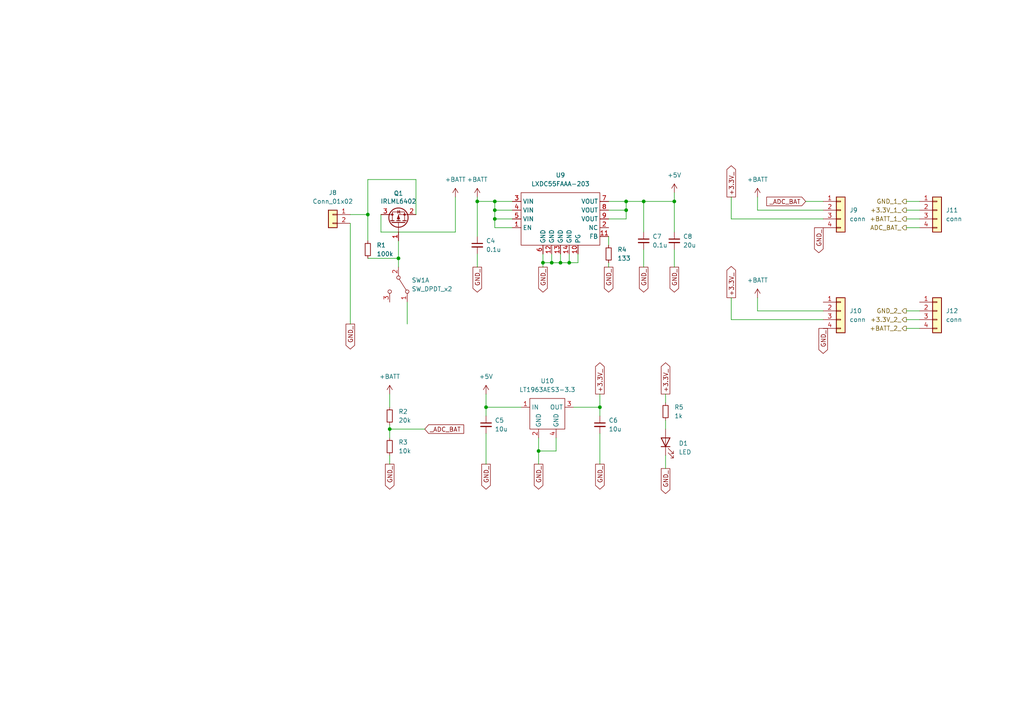
<source format=kicad_sch>
(kicad_sch (version 20211123) (generator eeschema)
  (paper "A4")
  (lib_symbols
    (symbol "Connector_Generic:Conn_01x02" (pin_names (offset 1.016) hide)
      (property "Reference" "J" (at 0 2.54 0))
      (property "Value" "Conn_01x02" (at 0 -5.08 0))
      (symbol "Conn_01x02_1_1"
        (rectangle (start -1.27 -2.413) (end 0 -2.667) (stroke (width 0.1524)))
        (rectangle (start -1.27 0.127) (end 0 -0.127) (stroke (width 0.1524)))
        (rectangle (start -1.27 1.27) (end 1.27 -3.81) (stroke (width 0.254)) (fill (type background)))
        (pin passive line (at -5.08 0 0) (length 3.81) (name "Pin_1") (number "1"))
        (pin passive line (at -5.08 -2.54 0) (length 3.81) (name "Pin_2") (number "2"))
      )
    )
    (symbol "Connector_Generic:Conn_01x04" (pin_names (offset 1.016) hide)
      (property "Reference" "J" (at 0 5.08 0))
      (property "Value" "Conn_01x04" (at 0 -7.62 0))
      (symbol "Conn_01x04_1_1"
        (rectangle (start -1.27 -4.953) (end 0 -5.207) (stroke (width 0.1524)))
        (rectangle (start -1.27 -2.413) (end 0 -2.667) (stroke (width 0.1524)))
        (rectangle (start -1.27 0.127) (end 0 -0.127) (stroke (width 0.1524)))
        (rectangle (start -1.27 2.667) (end 0 2.413) (stroke (width 0.1524)))
        (rectangle (start -1.27 3.81) (end 1.27 -6.35) (stroke (width 0.254)) (fill (type background)))
        (pin passive line (at -5.08 2.54 0) (length 3.81) (name "Pin_1") (number "1"))
        (pin passive line (at -5.08 0 0) (length 3.81) (name "Pin_2") (number "2"))
        (pin passive line (at -5.08 -2.54 0) (length 3.81) (name "Pin_3") (number "3"))
        (pin passive line (at -5.08 -5.08 0) (length 3.81) (name "Pin_4") (number "4"))
      )
    )
    (symbol "Device:C_Small" (pin_numbers hide) (pin_names (offset 0.254) hide)
      (property "Reference" "C" (at 0.254 1.778 0))
      (property "Value" "C_Small" (at 0.254 -2.032 0))
      (symbol "C_Small_0_1"
        (polyline (pts (xy -1.524 -0.508) (xy 1.524 -0.508)) (stroke (width 0.3302)))
        (polyline (pts (xy -1.524 0.508) (xy 1.524 0.508)) (stroke (width 0.3048)))
      )
      (symbol "C_Small_1_1"
        (pin passive line (at 0 2.54 270) (length 2.032) (name "~") (number "1"))
        (pin passive line (at 0 -2.54 90) (length 2.032) (name "~") (number "2"))
      )
    )
    (symbol "Device:LED" (pin_numbers hide) (pin_names (offset 1.016) hide)
      (property "Reference" "D" (at 0 2.54 0))
      (property "Value" "LED" (at 0 -2.54 0))
      (symbol "LED_0_1"
        (polyline (pts (xy -1.27 -1.27) (xy -1.27 1.27)) (stroke (width 0.254)))
        (polyline (pts (xy -1.27 0) (xy 1.27 0)))
        (polyline (pts (xy 1.27 -1.27) (xy 1.27 1.27) (xy -1.27 0) (xy 1.27 -1.27)) (stroke (width 0.254)))
        (polyline (pts (xy -3.048 -0.762) (xy -4.572 -2.286) (xy -3.81 -2.286) (xy -4.572 -2.286) (xy -4.572 -1.524)))
        (polyline (pts (xy -1.778 -0.762) (xy -3.302 -2.286) (xy -2.54 -2.286) (xy -3.302 -2.286) (xy -3.302 -1.524)))
      )
      (symbol "LED_1_1"
        (pin passive line (at -3.81 0 0) (length 2.54) (name "K") (number "1"))
        (pin passive line (at 3.81 0 180) (length 2.54) (name "A") (number "2"))
      )
    )
    (symbol "Device:R_Small" (pin_numbers hide) (pin_names (offset 0.254) hide)
      (property "Reference" "R" (at 0.762 0.508 0))
      (property "Value" "R_Small" (at 0.762 -1.016 0))
      (symbol "R_Small_0_1"
        (rectangle (start -0.762 1.778) (end 0.762 -1.778) (stroke (width 0.2032)))
      )
      (symbol "R_Small_1_1"
        (pin passive line (at 0 2.54 270) (length 0.762) (name "~") (number "1"))
        (pin passive line (at 0 -2.54 90) (length 0.762) (name "~") (number "2"))
      )
    )
    (symbol "My_Device:LT1963AES3-3.3"
      (property "Reference" "U" (at 0 2.54 0))
      (property "Value" "LT1963AES3-3.3" (at 0 0 0))
      (symbol "LT1963AES3-3.3_0_1"
        (polyline (pts (xy -5.08 -3.81) (xy 5.08 -3.81) (xy 5.08 -12.7) (xy -5.08 -12.7) (xy -5.08 -3.81) (xy -3.81 -3.81)))
      )
      (symbol "LT1963AES3-3.3_1_1"
        (pin input line (at -7.62 -6.35 0) (length 2.54) (name "IN") (number "1"))
        (pin input line (at -2.54 -15.24 90) (length 2.54) (name "GND") (number "2"))
        (pin input line (at 7.62 -6.35 180) (length 2.54) (name "OUT") (number "3"))
        (pin input line (at 2.54 -15.24 90) (length 2.54) (name "GND") (number "4"))
      )
    )
    (symbol "My_Device:LXDC55FAAA-203"
      (property "Reference" "U" (at 0 2.54 0))
      (property "Value" "LXDC55FAAA-203" (at 0 0 0))
      (symbol "LXDC55FAAA-203_0_1"
        (polyline (pts (xy -6.35 -2.54) (xy -6.35 -17.78) (xy 16.51 -17.78) (xy 16.51 -2.54) (xy -6.35 -2.54)))
      )
      (symbol "LXDC55FAAA-203_1_1"
        (pin input line (at -8.89 -12.7 0) (length 2.54) (name "EN") (number "1"))
        (pin input line (at 10.16 -20.32 90) (length 2.54) (name "PG") (number "10"))
        (pin input line (at 19.05 -15.24 180) (length 2.54) (name "FB") (number "11"))
        (pin input line (at 2.54 -20.32 90) (length 2.54) (name "GND") (number "12"))
        (pin input line (at 5.08 -20.32 90) (length 2.54) (name "GND") (number "13"))
        (pin input line (at 7.62 -20.32 90) (length 2.54) (name "GND") (number "14"))
        (pin input line (at 19.05 -12.7 180) (length 2.54) (name "NC") (number "2"))
        (pin input line (at -8.89 -5.08 0) (length 2.54) (name "VIN") (number "3"))
        (pin input line (at -8.89 -7.62 0) (length 2.54) (name "VIN") (number "4"))
        (pin input line (at -8.89 -10.16 0) (length 2.54) (name "VIN") (number "5"))
        (pin input line (at 0 -20.32 90) (length 2.54) (name "GND") (number "6"))
        (pin input line (at 19.05 -5.08 180) (length 2.54) (name "VOUT") (number "7"))
        (pin input line (at 19.05 -7.62 180) (length 2.54) (name "VOUT") (number "8"))
        (pin input line (at 19.05 -10.16 180) (length 2.54) (name "VOUT") (number "9"))
      )
    )
    (symbol "Switch:SW_DPDT_x2" (pin_names (offset 0) hide)
      (property "Reference" "SW" (at 0 4.318 0))
      (property "Value" "SW_DPDT_x2" (at 0 -5.08 0))
      (symbol "SW_DPDT_x2_0_0"
        (circle (center -2.032 0) (radius 0.508))
        (circle (center 2.032 -2.54) (radius 0.508))
      )
      (symbol "SW_DPDT_x2_0_1"
        (polyline (pts (xy -1.524 0.254) (xy 1.651 2.286)))
        (circle (center 2.032 2.54) (radius 0.508))
      )
      (symbol "SW_DPDT_x2_1_1"
        (pin passive line (at 5.08 2.54 180) (length 2.54) (name "A") (number "1"))
        (pin passive line (at -5.08 0 0) (length 2.54) (name "B") (number "2"))
        (pin passive line (at 5.08 -2.54 180) (length 2.54) (name "C") (number "3"))
      )
      (symbol "SW_DPDT_x2_2_1"
        (pin passive line (at 5.08 2.54 180) (length 2.54) (name "A") (number "4"))
        (pin passive line (at -5.08 0 0) (length 2.54) (name "B") (number "5"))
        (pin passive line (at 5.08 -2.54 180) (length 2.54) (name "C") (number "6"))
      )
    )
    (symbol "Transistor_FET:IRLML6402" (pin_names hide)
      (property "Reference" "Q" (at 5.08 1.905 0))
      (property "Value" "IRLML6402" (at 5.08 0 0))
      (symbol "IRLML6402_0_1"
        (polyline (pts (xy 0.254 0) (xy -2.54 0)))
        (polyline (pts (xy 0.254 1.905) (xy 0.254 -1.905)) (stroke (width 0.254)))
        (polyline (pts (xy 0.762 -1.27) (xy 0.762 -2.286)) (stroke (width 0.254)))
        (polyline (pts (xy 0.762 0.508) (xy 0.762 -0.508)) (stroke (width 0.254)))
        (polyline (pts (xy 0.762 2.286) (xy 0.762 1.27)) (stroke (width 0.254)))
        (polyline (pts (xy 2.54 2.54) (xy 2.54 1.778)))
        (polyline (pts (xy 2.54 -2.54) (xy 2.54 0) (xy 0.762 0)))
        (polyline (pts (xy 0.762 1.778) (xy 3.302 1.778) (xy 3.302 -1.778) (xy 0.762 -1.778)))
        (polyline (pts (xy 2.286 0) (xy 1.27 0.381) (xy 1.27 -0.381) (xy 2.286 0)) (fill (type outline)))
        (polyline (pts (xy 2.794 -0.508) (xy 2.921 -0.381) (xy 3.683 -0.381) (xy 3.81 -0.254)))
        (polyline (pts (xy 3.302 -0.381) (xy 2.921 0.254) (xy 3.683 0.254) (xy 3.302 -0.381)))
        (circle (center 1.651 0) (radius 2.794) (stroke (width 0.254)))
        (circle (center 2.54 -1.778) (radius 0.254) (fill (type outline)))
        (circle (center 2.54 1.778) (radius 0.254) (fill (type outline)))
      )
      (symbol "IRLML6402_1_1"
        (pin input line (at -5.08 0 0) (length 2.54) (name "G") (number "1"))
        (pin passive line (at 2.54 -5.08 90) (length 2.54) (name "S") (number "2"))
        (pin passive line (at 2.54 5.08 270) (length 2.54) (name "D") (number "3"))
      )
    )
    (symbol "power:+5V" (power) (pin_names (offset 0))
      (property "Value" "+5V" (at 0 3.556 0))
      (symbol "+5V_0_1"
        (polyline (pts (xy -0.762 1.27) (xy 0 2.54)))
        (polyline (pts (xy 0 0) (xy 0 2.54)))
        (polyline (pts (xy 0 2.54) (xy 0.762 1.27)))
      )
      (symbol "+5V_1_1"
        (pin power_in line (at 0 0 90) (length 0) hide (name "+5V") (number "1"))
      )
    )
    (symbol "power:+BATT" (power) (pin_names (offset 0))
      (property "Value" "+BATT" (at 0 3.556 0))
      (symbol "+BATT_0_1"
        (polyline (pts (xy -0.762 1.27) (xy 0 2.54)))
        (polyline (pts (xy 0 0) (xy 0 2.54)))
        (polyline (pts (xy 0 2.54) (xy 0.762 1.27)))
      )
      (symbol "+BATT_1_1"
        (pin power_in line (at 0 0 90) (length 0) hide (name "+BATT") (number "1"))
      )
    )
  )
  (junction (at 106.68 62.23))
  (junction (at 113.03 124.46))
  (junction (at 156.21 130.81))
  (junction (at 162.56 76.2))
  (junction (at 143.51 60.96))
  (junction (at 138.43 58.42))
  (junction (at 157.48 76.2))
  (junction (at 160.02 76.2))
  (junction (at 181.61 60.96))
  (junction (at 143.51 58.42))
  (junction (at 115.57 74.93))
  (junction (at 140.97 118.11))
  (junction (at 181.61 58.42))
  (junction (at 165.1 76.2))
  (junction (at 186.69 58.42))
  (junction (at 195.58 58.42))
  (junction (at 173.99 118.11))
  (junction (at 143.51 63.5))
  (wire (pts (xy 176.53 63.5) (xy 181.61 63.5)))
  (wire (pts (xy 101.6 64.77) (xy 101.6 93.98)))
  (wire (pts (xy 176.53 58.42) (xy 181.61 58.42)))
  (wire (pts (xy 161.29 130.81) (xy 156.21 130.81)))
  (wire (pts (xy 115.57 69.85) (xy 115.57 74.93)))
  (wire (pts (xy 238.76 63.5) (xy 212.09 63.5)))
  (wire (pts (xy 162.56 76.2) (xy 165.1 76.2)))
  (wire (pts (xy 193.04 114.3) (xy 193.04 116.84)))
  (wire (pts (xy 143.51 66.04) (xy 143.51 63.5)))
  (wire (pts (xy 173.99 118.11) (xy 173.99 120.65)))
  (wire (pts (xy 113.03 124.46) (xy 123.19 124.46)))
  (wire (pts (xy 143.51 60.96) (xy 143.51 63.5)))
  (wire (pts (xy 162.56 73.66) (xy 162.56 76.2)))
  (wire (pts (xy 110.49 67.31) (xy 132.08 67.31)))
  (wire (pts (xy 195.58 55.88) (xy 195.58 58.42)))
  (wire (pts (xy 156.21 130.81) (xy 156.21 134.62)))
  (wire (pts (xy 262.89 63.5) (xy 266.7 63.5)))
  (wire (pts (xy 143.51 63.5) (xy 148.59 63.5)))
  (wire (pts (xy 148.59 60.96) (xy 143.51 60.96)))
  (wire (pts (xy 195.58 58.42) (xy 195.58 67.31)))
  (wire (pts (xy 193.04 121.92) (xy 193.04 124.46)))
  (wire (pts (xy 113.03 114.3) (xy 113.03 118.11)))
  (wire (pts (xy 262.89 95.25) (xy 266.7 95.25)))
  (wire (pts (xy 186.69 67.31) (xy 186.69 58.42)))
  (wire (pts (xy 161.29 127) (xy 161.29 130.81)))
  (wire (pts (xy 143.51 58.42) (xy 143.51 60.96)))
  (wire (pts (xy 181.61 63.5) (xy 181.61 60.96)))
  (wire (pts (xy 176.53 76.2) (xy 176.53 77.47)))
  (wire (pts (xy 110.49 62.23) (xy 110.49 67.31)))
  (wire (pts (xy 262.89 66.04) (xy 266.7 66.04)))
  (wire (pts (xy 115.57 74.93) (xy 106.68 74.93)))
  (wire (pts (xy 186.69 58.42) (xy 195.58 58.42)))
  (wire (pts (xy 138.43 58.42) (xy 143.51 58.42)))
  (wire (pts (xy 238.76 92.71) (xy 212.09 92.71)))
  (wire (pts (xy 233.68 58.42) (xy 238.76 58.42)))
  (wire (pts (xy 143.51 58.42) (xy 148.59 58.42)))
  (wire (pts (xy 176.53 71.12) (xy 176.53 68.58)))
  (wire (pts (xy 132.08 57.15) (xy 132.08 67.31)))
  (wire (pts (xy 157.48 76.2) (xy 157.48 77.47)))
  (wire (pts (xy 262.89 58.42) (xy 266.7 58.42)))
  (wire (pts (xy 120.65 52.07) (xy 120.65 62.23)))
  (wire (pts (xy 148.59 66.04) (xy 143.51 66.04)))
  (wire (pts (xy 156.21 127) (xy 156.21 130.81)))
  (wire (pts (xy 138.43 58.42) (xy 138.43 68.58)))
  (wire (pts (xy 173.99 114.3) (xy 173.99 118.11)))
  (wire (pts (xy 262.89 60.96) (xy 266.7 60.96)))
  (wire (pts (xy 166.37 118.11) (xy 173.99 118.11)))
  (wire (pts (xy 106.68 52.07) (xy 120.65 52.07)))
  (wire (pts (xy 193.04 132.08) (xy 193.04 135.89)))
  (wire (pts (xy 165.1 76.2) (xy 167.64 76.2)))
  (wire (pts (xy 212.09 92.71) (xy 212.09 86.36)))
  (wire (pts (xy 106.68 69.85) (xy 106.68 62.23)))
  (wire (pts (xy 160.02 76.2) (xy 157.48 76.2)))
  (wire (pts (xy 219.71 60.96) (xy 219.71 57.15)))
  (wire (pts (xy 165.1 73.66) (xy 165.1 76.2)))
  (wire (pts (xy 176.53 60.96) (xy 181.61 60.96)))
  (wire (pts (xy 167.64 73.66) (xy 167.64 76.2)))
  (wire (pts (xy 238.76 90.17) (xy 219.71 90.17)))
  (wire (pts (xy 173.99 125.73) (xy 173.99 134.62)))
  (wire (pts (xy 140.97 125.73) (xy 140.97 134.62)))
  (wire (pts (xy 113.03 132.08) (xy 113.03 134.62)))
  (wire (pts (xy 162.56 76.2) (xy 160.02 76.2)))
  (wire (pts (xy 186.69 72.39) (xy 186.69 77.47)))
  (wire (pts (xy 140.97 118.11) (xy 140.97 120.65)))
  (wire (pts (xy 181.61 58.42) (xy 186.69 58.42)))
  (wire (pts (xy 138.43 57.15) (xy 138.43 58.42)))
  (wire (pts (xy 160.02 73.66) (xy 160.02 76.2)))
  (wire (pts (xy 195.58 72.39) (xy 195.58 77.47)))
  (wire (pts (xy 181.61 60.96) (xy 181.61 58.42)))
  (wire (pts (xy 113.03 124.46) (xy 113.03 127)))
  (wire (pts (xy 262.89 92.71) (xy 266.7 92.71)))
  (wire (pts (xy 157.48 73.66) (xy 157.48 76.2)))
  (wire (pts (xy 113.03 123.19) (xy 113.03 124.46)))
  (wire (pts (xy 140.97 114.3) (xy 140.97 118.11)))
  (wire (pts (xy 118.11 87.63) (xy 118.11 93.98)))
  (wire (pts (xy 219.71 90.17) (xy 219.71 86.36)))
  (wire (pts (xy 115.57 74.93) (xy 115.57 77.47)))
  (wire (pts (xy 106.68 62.23) (xy 106.68 52.07)))
  (wire (pts (xy 140.97 118.11) (xy 151.13 118.11)))
  (wire (pts (xy 138.43 73.66) (xy 138.43 77.47)))
  (wire (pts (xy 262.89 90.17) (xy 266.7 90.17)))
  (wire (pts (xy 212.09 63.5) (xy 212.09 57.15)))
  (wire (pts (xy 238.76 60.96) (xy 219.71 60.96)))
  (wire (pts (xy 101.6 62.23) (xy 106.68 62.23)))
  (global_label "+3.3V_" (shape output) (at 173.99 114.3 90) (property "Intersheet References" "${INTERSHEET_REFS}" (effects hide)))
  (global_label "GND_" (shape output) (at 238.76 95.25 270) (property "Intersheet References" "${INTERSHEET_REFS}" (effects hide)))
  (global_label "+3.3V_" (shape output) (at 212.09 57.15 90) (property "Intersheet References" "${INTERSHEET_REFS}" (effects hide)))
  (global_label "+3.3V_" (shape output) (at 193.04 114.3 90) (property "Intersheet References" "${INTERSHEET_REFS}" (effects hide)))
  (global_label "_ADC_BAT" (shape input) (at 123.19 124.46 0) (property "Intersheet References" "${INTERSHEET_REFS}" (effects hide)))
  (global_label "GND_" (shape output) (at 140.97 134.62 270) (property "Intersheet References" "${INTERSHEET_REFS}" (effects hide)))
  (global_label "GND_" (shape output) (at 113.03 134.62 270) (property "Intersheet References" "${INTERSHEET_REFS}" (effects hide)))
  (global_label "GND_" (shape output) (at 193.04 135.89 270) (property "Intersheet References" "${INTERSHEET_REFS}" (effects hide)))
  (global_label "GND_" (shape output) (at 237.49 66.04 270) (property "Intersheet References" "${INTERSHEET_REFS}" (effects hide)))
  (global_label "GND_" (shape output) (at 176.53 77.47 270) (property "Intersheet References" "${INTERSHEET_REFS}" (effects hide)))
  (global_label "GND_" (shape output) (at 173.99 134.62 270) (property "Intersheet References" "${INTERSHEET_REFS}" (effects hide)))
  (global_label "GND_" (shape output) (at 195.58 77.47 270) (property "Intersheet References" "${INTERSHEET_REFS}" (effects hide)))
  (global_label "GND_" (shape output) (at 186.69 77.47 270) (property "Intersheet References" "${INTERSHEET_REFS}" (effects hide)))
  (global_label "GND_" (shape output) (at 157.48 77.47 270) (property "Intersheet References" "${INTERSHEET_REFS}" (effects hide)))
  (global_label "+3.3V_" (shape output) (at 212.09 86.36 90) (property "Intersheet References" "${INTERSHEET_REFS}" (effects hide)))
  (global_label "_ADC_BAT" (shape input) (at 233.68 58.42 180) (property "Intersheet References" "${INTERSHEET_REFS}" (effects hide)))
  (global_label "GND_" (shape output) (at 101.6 93.98 270) (property "Intersheet References" "${INTERSHEET_REFS}" (effects hide)))
  (global_label "GND_" (shape output) (at 138.43 77.47 270) (property "Intersheet References" "${INTERSHEET_REFS}" (effects hide)))
  (global_label "GND_" (shape output) (at 156.21 134.62 270) (property "Intersheet References" "${INTERSHEET_REFS}" (effects hide)))
  (hierarchical_label "+3.3V_2_" (shape output) (at 262.89 92.71 180))
  (hierarchical_label "ADC_BAT_" (shape output) (at 262.89 66.04 180))
  (hierarchical_label "+BATT_2_" (shape output) (at 262.89 95.25 180))
  (hierarchical_label "+3.3V_1_" (shape output) (at 262.89 60.96 180))
  (hierarchical_label "GND_1_" (shape output) (at 262.89 58.42 180))
  (hierarchical_label "+BATT_1_" (shape output) (at 262.89 63.5 180))
  (hierarchical_label "GND_2_" (shape output) (at 262.89 90.17 180))
  (symbol (lib_id "Device:C_Small") (at 138.43 71.12 0) (unit 1)
    (property "Reference" "C4" (at 140.97 69.8562 0) (effects (justify left)))
    (property "Value" "0.1u" (at 140.97 72.3962 0) (effects (justify left)))
    (property "Footprint" "Capacitor_SMD:C_0603_1608Metric_Pad1.08x0.95mm_HandSolder" (effects hide))
  )
  (symbol (lib_id "Device:R_Small") (at 113.03 120.65 0) (unit 1)
    (property "Reference" "R2" (at 115.57 119.3799 0) (effects (justify left)))
    (property "Value" "20k" (at 115.57 121.9199 0) (effects (justify left)))
    (property "Footprint" "Resistor_SMD:R_0805_2012Metric_Pad1.20x1.40mm_HandSolder" (effects hide))
  )
  (symbol (lib_id "power:+BATT") (at 132.08 57.15 0) (unit 1)
    (property "Reference" "#PWR09" (effects hide))
    (property "Value" "+BATT" (at 132.08 52.07 0))
  )
  (symbol (lib_id "Connector_Generic:Conn_01x04") (at 243.84 90.17 0) (unit 1)
    (property "Reference" "J10" (at 246.38 90.1699 0) (effects (justify left)))
    (property "Value" "conn" (at 246.38 92.7099 0) (effects (justify left)))
    (property "Footprint" "Connector_JST:JST_SH_SM04B-SRSS-TB_1x04-1MP_P1.00mm_Horizontal" (effects hide))
  )
  (symbol (lib_id "Connector_Generic:Conn_01x04") (at 243.84 60.96 0) (unit 1)
    (property "Reference" "J9" (at 246.38 60.9599 0) (effects (justify left)))
    (property "Value" "conn" (at 246.38 63.4999 0) (effects (justify left)))
    (property "Footprint" "Connector_JST:JST_SH_SM04B-SRSS-TB_1x04-1MP_P1.00mm_Horizontal" (effects hide))
  )
  (symbol (lib_id "power:+BATT") (at 219.71 57.15 0) (unit 1)
    (property "Reference" "#PWR013" (effects hide))
    (property "Value" "+BATT" (at 219.71 52.07 0))
  )
  (symbol (lib_id "Device:R_Small") (at 176.53 73.66 0) (unit 1)
    (property "Reference" "R4" (at 179.07 72.3899 0) (effects (justify left)))
    (property "Value" "133" (at 179.07 74.9299 0) (effects (justify left)))
    (property "Footprint" "Resistor_SMD:R_0805_2012Metric_Pad1.20x1.40mm_HandSolder" (effects hide))
  )
  (symbol (lib_id "Device:C_Small") (at 173.99 123.19 0) (unit 1)
    (property "Reference" "C6" (at 176.53 121.9262 0) (effects (justify left)))
    (property "Value" "10u" (at 176.53 124.4662 0) (effects (justify left)))
    (property "Footprint" "Capacitor_SMD:C_0603_1608Metric_Pad1.08x0.95mm_HandSolder" (effects hide))
  )
  (symbol (lib_id "power:+5V") (at 140.97 114.3 0) (unit 1)
    (property "Reference" "#PWR011" (effects hide))
    (property "Value" "+5V" (at 140.97 109.22 0))
  )
  (symbol (lib_id "Connector_Generic:Conn_01x02") (at 96.52 62.23 0) (mirror y) (unit 1)
    (property "Reference" "J8" (at 96.52 55.88 0))
    (property "Value" "Conn_01x02" (at 96.52 58.42 0))
    (property "Footprint" "Connector_PinSocket_2.54mm:PinSocket_1x02_P2.54mm_Vertical" (effects hide))
  )
  (symbol (lib_id "Device:C_Small") (at 140.97 123.19 0) (unit 1)
    (property "Reference" "C5" (at 143.51 121.9262 0) (effects (justify left)))
    (property "Value" "10u" (at 143.51 124.4662 0) (effects (justify left)))
    (property "Footprint" "Capacitor_SMD:C_0603_1608Metric_Pad1.08x0.95mm_HandSolder" (effects hide))
  )
  (symbol (lib_id "Switch:SW_DPDT_x2") (at 115.57 82.55 270) (unit 1)
    (property "Reference" "SW1" (at 119.38 81.2799 90) (effects (justify left)))
    (property "Value" "SW_DPDT_x2" (at 119.38 83.8199 90) (effects (justify left)))
    (property "Footprint" "Connector_PinSocket_2.54mm:PinSocket_1x03_P2.54mm_Vertical" (effects hide))
  )
  (symbol (lib_id "power:+BATT") (at 138.43 57.15 0) (unit 1)
    (property "Reference" "#PWR010" (effects hide))
    (property "Value" "+BATT" (at 138.43 52.07 0))
  )
  (symbol (lib_id "power:+BATT") (at 113.03 114.3 0) (unit 1)
    (property "Reference" "#PWR08" (effects hide))
    (property "Value" "+BATT" (at 113.03 109.22 0))
  )
  (symbol (lib_id "power:+BATT") (at 219.71 86.36 0) (unit 1)
    (property "Reference" "#PWR014" (effects hide))
    (property "Value" "+BATT" (at 219.71 81.28 0))
  )
  (symbol (lib_id "My_Device:LXDC55FAAA-203") (at 157.48 53.34 0) (unit 1)
    (property "Reference" "U9" (at 162.56 50.8 0))
    (property "Value" "LXDC55FAAA-203" (at 162.56 53.34 0))
    (property "Footprint" "omni:LXDC55FAA" (effects hide))
  )
  (symbol (lib_id "Device:C_Small") (at 195.58 69.85 0) (unit 1)
    (property "Reference" "C8" (at 198.12 68.5862 0) (effects (justify left)))
    (property "Value" "20u" (at 198.12 71.1262 0) (effects (justify left)))
    (property "Footprint" "Capacitor_SMD:C_0603_1608Metric_Pad1.08x0.95mm_HandSolder" (effects hide))
  )
  (symbol (lib_id "Device:LED") (at 193.04 128.27 90) (unit 1)
    (property "Reference" "D1" (at 196.85 128.5874 90) (effects (justify right)))
    (property "Value" "LED" (at 196.85 131.1274 90) (effects (justify right)))
    (property "Footprint" "LED_SMD:LED_0603_1608Metric_Pad1.05x0.95mm_HandSolder" (effects hide))
  )
  (symbol (lib_id "Device:R_Small") (at 193.04 119.38 0) (unit 1)
    (property "Reference" "R5" (at 195.58 118.1099 0) (effects (justify left)))
    (property "Value" "1k" (at 195.58 120.6499 0) (effects (justify left)))
    (property "Footprint" "Resistor_SMD:R_0805_2012Metric_Pad1.20x1.40mm_HandSolder" (effects hide))
  )
  (symbol (lib_id "Transistor_FET:IRLML6402") (at 115.57 64.77 90) (unit 1)
    (property "Reference" "Q1" (at 115.57 56.0832 90))
    (property "Value" "IRLML6402" (at 115.57 58.3946 90))
    (property "Footprint" "Package_TO_SOT_SMD:SOT-23" (effects hide))
    (property "Datasheet" "https://www.infineon.com/dgdl/irlml6402pbf.pdf?fileId=5546d462533600a401535668d5c2263c" (effects hide))
  )
  (symbol (lib_id "Connector_Generic:Conn_01x04") (at 271.78 90.17 0) (unit 1)
    (property "Reference" "J12" (at 274.32 90.1699 0) (effects (justify left)))
    (property "Value" "conn" (at 274.32 92.7099 0) (effects (justify left)))
    (property "Footprint" "Connector_JST:JST_SH_SM04B-SRSS-TB_1x04-1MP_P1.00mm_Horizontal" (effects hide))
  )
  (symbol (lib_id "Device:R_Small") (at 106.68 72.39 0) (unit 1)
    (property "Reference" "R1" (at 109.22 71.1199 0) (effects (justify left)))
    (property "Value" "100k" (at 109.22 73.6599 0) (effects (justify left)))
    (property "Footprint" "Resistor_SMD:R_0805_2012Metric_Pad1.20x1.40mm_HandSolder" (effects hide))
  )
  (symbol (lib_id "Connector_Generic:Conn_01x04") (at 271.78 60.96 0) (unit 1)
    (property "Reference" "J11" (at 274.32 60.9599 0) (effects (justify left)))
    (property "Value" "conn" (at 274.32 63.4999 0) (effects (justify left)))
    (property "Footprint" "Connector_JST:JST_SH_SM04B-SRSS-TB_1x04-1MP_P1.00mm_Horizontal" (effects hide))
  )
  (symbol (lib_id "Device:R_Small") (at 113.03 129.54 0) (unit 1)
    (property "Reference" "R3" (at 115.57 128.2699 0) (effects (justify left)))
    (property "Value" "10k" (at 115.57 130.8099 0) (effects (justify left)))
    (property "Footprint" "Resistor_SMD:R_0805_2012Metric_Pad1.20x1.40mm_HandSolder" (effects hide))
  )
  (symbol (lib_id "Device:C_Small") (at 186.69 69.85 0) (unit 1)
    (property "Reference" "C7" (at 189.23 68.5862 0) (effects (justify left)))
    (property "Value" "0.1u" (at 189.23 71.1262 0) (effects (justify left)))
    (property "Footprint" "Capacitor_SMD:C_0603_1608Metric_Pad1.08x0.95mm_HandSolder" (effects hide))
  )
  (symbol (lib_id "My_Device:LT1963AES3-3.3") (at 158.75 111.76 0) (unit 1)
    (property "Reference" "U10" (at 158.75 110.49 0))
    (property "Value" "LT1963AES3-3.3" (at 158.75 113.03 0))
    (property "Footprint" "Package_TO_SOT_SMD:SOT-223" (effects hide))
  )
  (symbol (lib_id "power:+5V") (at 195.58 55.88 0) (unit 1)
    (property "Reference" "#PWR012" (effects hide))
    (property "Value" "+5V" (at 195.58 50.8 0))
  )
)
</source>
